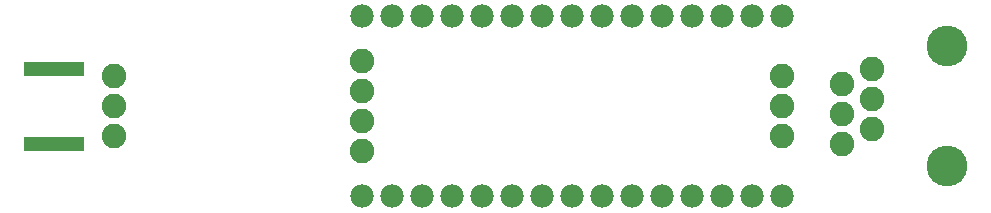
<source format=gbs>
G04 EAGLE Gerber X2 export*
G75*
%MOIN*%
%FSLAX24Y24*%
%LPD*%
%AMOC8*
5,1,8,0,0,1.08239X$1,22.5*%
G01*
%ADD10C,0.078000*%
%ADD11C,0.082000*%
%ADD12C,0.136000*%
%ADD13R,0.204850X0.047370*%


D10*
X11500Y1000D03*
X12500Y1000D03*
X13500Y1000D03*
X14500Y1000D03*
X15500Y1000D03*
X16500Y1000D03*
X17500Y1000D03*
X18500Y1000D03*
X19500Y1000D03*
X20500Y1000D03*
X21500Y1000D03*
X22500Y1000D03*
X23500Y1000D03*
X24500Y1000D03*
X25500Y1000D03*
X11500Y7000D03*
X12500Y7000D03*
X13500Y7000D03*
X14500Y7000D03*
X15500Y7000D03*
X16500Y7000D03*
X17500Y7000D03*
X18500Y7000D03*
X19500Y7000D03*
X20500Y7000D03*
X21500Y7000D03*
X22500Y7000D03*
X23500Y7000D03*
X24500Y7000D03*
X25500Y7000D03*
D11*
X3250Y3000D03*
X3250Y4000D03*
X3250Y5000D03*
X25500Y3000D03*
X25500Y4000D03*
X25500Y5000D03*
X11500Y2500D03*
X11500Y3500D03*
X11500Y4500D03*
X11500Y5500D03*
X27500Y2750D03*
X28500Y3250D03*
X27500Y3750D03*
X28500Y4250D03*
X27500Y4750D03*
X28500Y5250D03*
D12*
X31000Y2000D03*
X31000Y6000D03*
D13*
X1250Y5250D03*
X1250Y2750D03*
M02*

</source>
